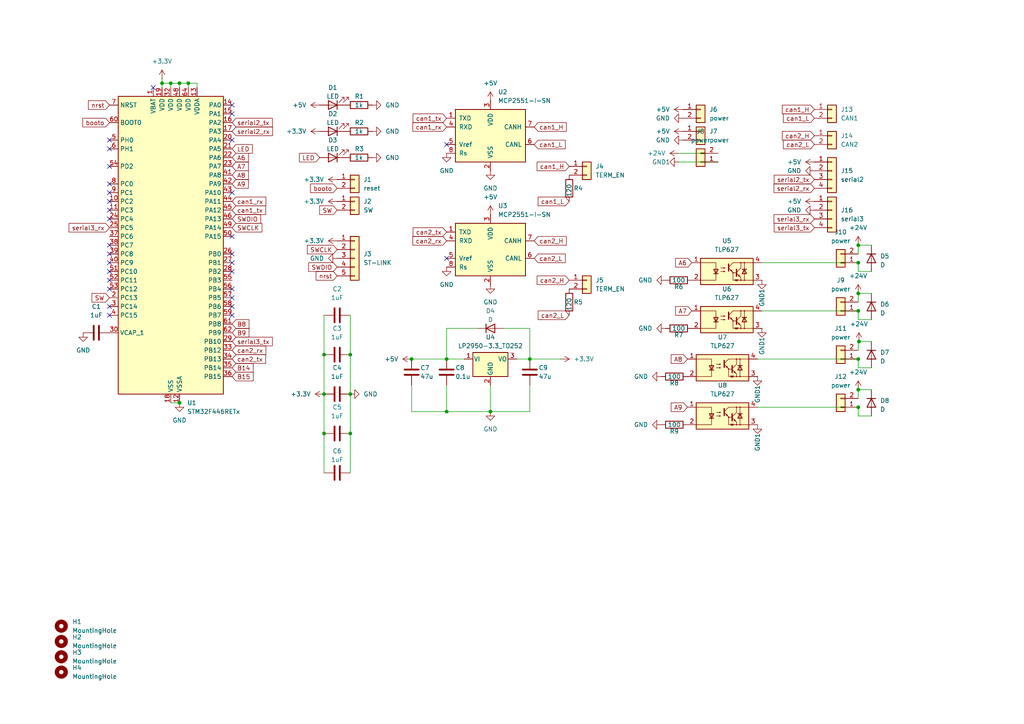
<source format=kicad_sch>
(kicad_sch (version 20250114) (generator "eeschema") (generator_version "9.0")
  (paper "A4")
  (title_block (title "Altair_MDD_V3") (date "2025-05-30") (rev "V.3.0") (company "Altair"))
  (lib_symbols
    (symbol "Connector_Generic:Conn_01x02" (pin_names (offset 1.016) (hide yes))
      (property "Reference" "J" (at 0 2.54 0))
      (property "Value" "Conn_01x02" (at 0 -5.08 0))
      (symbol "Conn_01x02_1_1"
        (pin passive line (at -5.08 0 0) (length 3.81) (name "Pin_1") (number "1"))
        (pin passive line (at -5.08 -2.54 0) (length 3.81) (name "Pin_2") (number "2"))
      )
    )
    (symbol "Connector_Generic:Conn_01x04" (pin_names (offset 1.016) (hide yes))
      (property "Reference" "J" (at 0 5.08 0))
      (property "Value" "Conn_01x04" (at 0 -7.62 0))
      (symbol "Conn_01x04_1_1"
        (pin passive line (at -5.08 2.54 0) (length 3.81) (name "Pin_1") (number "1"))
        (pin passive line (at -5.08 0 0) (length 3.81) (name "Pin_2") (number "2"))
        (pin passive line (at -5.08 -2.54 0) (length 3.81) (name "Pin_3") (number "3"))
        (pin passive line (at -5.08 -5.08 0) (length 3.81) (name "Pin_4") (number "4"))
      )
    )
    (symbol "Connector_Generic:Conn_01x05" (pin_names (offset 1.016) (hide yes))
      (property "Reference" "J" (at 0 7.62 0))
      (property "Value" "Conn_01x05" (at 0 -7.62 0))
      (symbol "Conn_01x05_1_1"
        (pin passive line (at -5.08 5.08 0) (length 3.81) (name "Pin_1") (number "1"))
        (pin passive line (at -5.08 2.54 0) (length 3.81) (name "Pin_2") (number "2"))
        (pin passive line (at -5.08 0 0) (length 3.81) (name "Pin_3") (number "3"))
        (pin passive line (at -5.08 -2.54 0) (length 3.81) (name "Pin_4") (number "4"))
        (pin passive line (at -5.08 -5.08 0) (length 3.81) (name "Pin_5") (number "5"))
      )
    )
    (symbol "Device:C" (pin_numbers (hide yes)) (pin_names (offset 0.254))
      (property "Reference" "C" (at 0.635 2.54 0))
      (property "Value" "C" (at 0.635 -2.54 0))
      (symbol "C_1_1"
        (pin passive line (at 0 3.81 270) (length 2.794) (name "~") (number "1"))
        (pin passive line (at 0 -3.81 90) (length 2.794) (name "~") (number "2"))
      )
    )
    (symbol "Device:D" (pin_numbers (hide yes)) (pin_names (offset 1.016) (hide yes))
      (property "Reference" "D" (at 0 2.54 0))
      (property "Value" "D" (at 0 -2.54 0))
      (symbol "D_1_1"
        (pin passive line (at -3.81 0 0) (length 2.54) (name "K") (number "1"))
        (pin passive line (at 3.81 0 180) (length 2.54) (name "A") (number "2"))
      )
    )
    (symbol "Device:LED" (pin_numbers (hide yes)) (pin_names (offset 1.016) (hide yes))
      (property "Reference" "D" (at 0 2.54 0))
      (property "Value" "LED" (at 0 -2.54 0))
      (symbol "LED_1_1"
        (pin passive line (at -3.81 0 0) (length 2.54) (name "K") (number "1"))
        (pin passive line (at 3.81 0 180) (length 2.54) (name "A") (number "2"))
      )
    )
    (symbol "Device:R" (pin_numbers (hide yes)) (pin_names (offset 0))
      (property "Reference" "R" (at 2.032 0 90))
      (property "Value" "R" (at 0 0 90))
      (symbol "R_1_1"
        (pin passive line (at 0 3.81 270) (length 1.27) (name "~") (number "1"))
        (pin passive line (at 0 -3.81 90) (length 1.27) (name "~") (number "2"))
      )
    )
    (symbol "Interface_CAN_LIN:MCP2551-I-SN" (pin_names (offset 1.016))
      (property "Reference" "U" (at -10.16 8.89 0))
      (property "Value" "MCP2551-I-SN" (at 2.54 8.89 0))
      (symbol "MCP2551-I-SN_1_1"
        (pin input line (at -12.7 5.08 0) (length 2.54) (name "TXD") (number "1"))
        (pin output line (at -12.7 2.54 0) (length 2.54) (name "RXD") (number "4"))
        (pin power_out line (at -12.7 -2.54 0) (length 2.54) (name "Vref") (number "5"))
        (pin input line (at -12.7 -5.08 0) (length 2.54) (name "Rs") (number "8"))
        (pin power_in line (at 0 10.16 270) (length 2.54) (name "VDD") (number "3"))
        (pin power_in line (at 0 -10.16 90) (length 2.54) (name "VSS") (number "2"))
        (pin bidirectional line (at 12.7 2.54 180) (length 2.54) (name "CANH") (number "7"))
        (pin bidirectional line (at 12.7 -2.54 180) (length 2.54) (name "CANL") (number "6"))
      )
    )
    (symbol "Isolator:TLP627" (pin_names (offset 1.016))
      (property "Reference" "U" (at -7.62 5.08 0))
      (property "Value" "TLP627" (at 0 5.08 0))
      (symbol "TLP627_1_1"
        (pin passive line (at -10.16 2.54 0) (length 2.54) (name "~") (number "1"))
        (pin passive line (at -10.16 -2.54 0) (length 2.54) (name "~") (number "2"))
        (pin passive line (at 10.16 2.54 180) (length 2.54) (name "~") (number "4"))
        (pin passive line (at 10.16 -2.54 180) (length 2.54) (name "~") (number "3"))
      )
    )
    (symbol "MCU_ST_STM32F4:STM32F446RETx"
      (property "Reference" "U" (at -15.24 44.45 0))
      (property "Value" "STM32F446RETx" (at 10.16 44.45 0))
      (symbol "STM32F446RETx_1_1"
        (pin input line (at -17.78 40.64 0) (length 2.54) (name "NRST") (number "7"))
        (pin input line (at -17.78 35.56 0) (length 2.54) (name "BOOT0") (number "60"))
        (pin bidirectional line (at -17.78 30.48 0) (length 2.54) (name "PH0") (number "5"))
        (pin bidirectional line (at -17.78 27.94 0) (length 2.54) (name "PH1") (number "6"))
        (pin bidirectional line (at -17.78 22.86 0) (length 2.54) (name "PD2") (number "54"))
        (pin bidirectional line (at -17.78 17.78 0) (length 2.54) (name "PC0") (number "8"))
        (pin bidirectional line (at -17.78 15.24 0) (length 2.54) (name "PC1") (number "9"))
        (pin bidirectional line (at -17.78 12.7 0) (length 2.54) (name "PC2") (number "10"))
        (pin bidirectional line (at -17.78 10.16 0) (length 2.54) (name "PC3") (number "11"))
        (pin bidirectional line (at -17.78 7.62 0) (length 2.54) (name "PC4") (number "24"))
        (pin bidirectional line (at -17.78 5.08 0) (length 2.54) (name "PC5") (number "25"))
        (pin bidirectional line (at -17.78 2.54 0) (length 2.54) (name "PC6") (number "37"))
        (pin bidirectional line (at -17.78 0 0) (length 2.54) (name "PC7") (number "38"))
        (pin bidirectional line (at -17.78 -2.54 0) (length 2.54) (name "PC8") (number "39"))
        (pin bidirectional line (at -17.78 -5.08 0) (length 2.54) (name "PC9") (number "40"))
        (pin bidirectional line (at -17.78 -7.62 0) (length 2.54) (name "PC10") (number "51"))
        (pin bidirectional line (at -17.78 -10.16 0) (length 2.54) (name "PC11") (number "52"))
        (pin bidirectional line (at -17.78 -12.7 0) (length 2.54) (name "PC12") (number "53"))
        (pin bidirectional line (at -17.78 -15.24 0) (length 2.54) (name "PC13") (number "2"))
        (pin bidirectional line (at -17.78 -17.78 0) (length 2.54) (name "PC14") (number "3"))
        (pin bidirectional line (at -17.78 -20.32 0) (length 2.54) (name "PC15") (number "4"))
        (pin power_out line (at -17.78 -25.4 0) (length 2.54) (name "VCAP_1") (number "30"))
        (pin power_in line (at -5.08 45.72 270) (length 2.54) (name "VBAT") (number "1"))
        (pin power_in line (at -2.54 45.72 270) (length 2.54) (name "VDD") (number "19"))
        (pin power_in line (at 0 45.72 270) (length 2.54) (name "VDD") (number "32"))
        (pin power_in line (at 0 -45.72 90) (length 2.54) (name "VSS") (number "18"))
        (pin passive line (at 0 -45.72 90) (length 2.54) (hide yes) (name "VSS") (number "31"))
        (pin passive line (at 0 -45.72 90) (length 2.54) (hide yes) (name "VSS") (number "47"))
        (pin passive line (at 0 -45.72 90) (length 2.54) (hide yes) (name "VSS") (number "63"))
        (pin power_in line (at 2.54 45.72 270) (length 2.54) (name "VDD") (number "48"))
        (pin power_in line (at 2.54 -45.72 90) (length 2.54) (name "VSSA") (number "12"))
        (pin power_in line (at 5.08 45.72 270) (length 2.54) (name "VDD") (number "64"))
        (pin power_in line (at 7.62 45.72 270) (length 2.54) (name "VDDA") (number "13"))
        (pin bidirectional line (at 17.78 40.64 180) (length 2.54) (name "PA0") (number "14"))
        (pin bidirectional line (at 17.78 38.1 180) (length 2.54) (name "PA1") (number "15"))
        (pin bidirectional line (at 17.78 35.56 180) (length 2.54) (name "PA2") (number "16"))
        (pin bidirectional line (at 17.78 33.02 180) (length 2.54) (name "PA3") (number "17"))
        (pin bidirectional line (at 17.78 30.48 180) (length 2.54) (name "PA4") (number "20"))
        (pin bidirectional line (at 17.78 27.94 180) (length 2.54) (name "PA5") (number "21"))
        (pin bidirectional line (at 17.78 25.4 180) (length 2.54) (name "PA6") (number "22"))
        (pin bidirectional line (at 17.78 22.86 180) (length 2.54) (name "PA7") (number "23"))
        (pin bidirectional line (at 17.78 20.32 180) (length 2.54) (name "PA8") (number "41"))
        (pin bidirectional line (at 17.78 17.78 180) (length 2.54) (name "PA9") (number "42"))
        (pin bidirectional line (at 17.78 15.24 180) (length 2.54) (name "PA10") (number "43"))
        (pin bidirectional line (at 17.78 12.7 180) (length 2.54) (name "PA11") (number "44"))
        (pin bidirectional line (at 17.78 10.16 180) (length 2.54) (name "PA12") (number "45"))
        (pin bidirectional line (at 17.78 7.62 180) (length 2.54) (name "PA13") (number "46"))
        (pin bidirectional line (at 17.78 5.08 180) (length 2.54) (name "PA14") (number "49"))
        (pin bidirectional line (at 17.78 2.54 180) (length 2.54) (name "PA15") (number "50"))
        (pin bidirectional line (at 17.78 -2.54 180) (length 2.54) (name "PB0") (number "26"))
        (pin bidirectional line (at 17.78 -5.08 180) (length 2.54) (name "PB1") (number "27"))
        (pin bidirectional line (at 17.78 -7.62 180) (length 2.54) (name "PB2") (number "28"))
        (pin bidirectional line (at 17.78 -10.16 180) (length 2.54) (name "PB3") (number "55"))
        (pin bidirectional line (at 17.78 -12.7 180) (length 2.54) (name "PB4") (number "56"))
        (pin bidirectional line (at 17.78 -15.24 180) (length 2.54) (name "PB5") (number "57"))
        (pin bidirectional line (at 17.78 -17.78 180) (length 2.54) (name "PB6") (number "58"))
        (pin bidirectional line (at 17.78 -20.32 180) (length 2.54) (name "PB7") (number "59"))
        (pin bidirectional line (at 17.78 -22.86 180) (length 2.54) (name "PB8") (number "61"))
        (pin bidirectional line (at 17.78 -25.4 180) (length 2.54) (name "PB9") (number "62"))
        (pin bidirectional line (at 17.78 -27.94 180) (length 2.54) (name "PB10") (number "29"))
        (pin bidirectional line (at 17.78 -30.48 180) (length 2.54) (name "PB12") (number "33"))
        (pin bidirectional line (at 17.78 -33.02 180) (length 2.54) (name "PB13") (number "34"))
        (pin bidirectional line (at 17.78 -35.56 180) (length 2.54) (name "PB14") (number "35"))
        (pin bidirectional line (at 17.78 -38.1 180) (length 2.54) (name "PB15") (number "36"))
      )
    )
    (symbol "Mechanical:MountingHole" (pin_names (offset 1.016))
      (property "Reference" "H" (at 0 5.08 0))
      (property "Value" "MountingHole" (at 0 3.175 0))
    )
    (symbol "Regulator_Linear:LP2950-3.3_TO252" (pin_names (offset 0.254))
      (property "Reference" "U" (at -3.81 3.175 0))
      (property "Value" "LP2950-3.3_TO252" (at 0 3.175 0))
      (symbol "LP2950-3.3_TO252_1_1"
        (pin power_in line (at -7.62 0 0) (length 2.54) (name "VI") (number "1"))
        (pin power_in line (at 0 -7.62 90) (length 2.54) (name "GND") (number "2"))
        (pin power_out line (at 7.62 0 180) (length 2.54) (name "VO") (number "3"))
      )
    )
    (symbol "power:+24V" (power) (pin_numbers (hide yes)) (pin_names (offset 0) (hide yes))
      (property "Value" "+24V" (at 0 3.556 0))
      (symbol "+24V_1_1"
        (pin power_in line (at 0 0 90) (length 0) (name "~") (number "1"))
      )
    )
    (symbol "power:+3.3V" (power) (pin_numbers (hide yes)) (pin_names (offset 0) (hide yes))
      (property "Value" "+3.3V" (at 0 3.556 0))
      (symbol "+3.3V_1_1"
        (pin power_in line (at 0 0 90) (length 0) (name "~") (number "1"))
      )
    )
    (symbol "power:+5V" (power) (pin_numbers (hide yes)) (pin_names (offset 0) (hide yes))
      (property "Value" "+5V" (at 0 3.556 0))
      (symbol "+5V_1_1"
        (pin power_in line (at 0 0 90) (length 0) (name "~") (number "1"))
      )
    )
    (symbol "power:GND" (power) (pin_numbers (hide yes)) (pin_names (offset 0) (hide yes))
      (property "Value" "GND" (at 0 -3.81 0))
      (symbol "GND_1_1"
        (pin power_in line (at 0 0 270) (length 0) (name "~") (number "1"))
      )
    )
    (symbol "power:GND1" (power) (pin_numbers (hide yes)) (pin_names (offset 0) (hide yes))
      (property "Value" "GND1" (at 0 -3.81 0))
      (symbol "GND1_1_1"
        (pin power_in line (at 0 0 270) (length 0) (name "~") (number "1"))
      )
    )
  )
  (junction (at 129.54 104.14))
  (junction (at 153.67 104.14))
  (junction (at 49.53 24.13))
  (junction (at 142.24 119.38))
  (junction (at 52.07 116.84))
  (junction (at 248.92 118.11))
  (junction (at 248.92 76.2))
  (junction (at 54.61 24.13))
  (junction (at 248.92 85.09))
  (junction (at 93.98 114.3))
  (junction (at 52.07 24.13))
  (junction (at 93.98 102.87))
  (junction (at 93.98 125.73))
  (junction (at 248.92 113.03))
  (junction (at 248.92 104.14))
  (junction (at 101.6 125.73))
  (junction (at 101.6 114.3))
  (junction (at 248.92 71.12))
  (junction (at 129.54 119.38))
  (junction (at 249.1313 99.06))
  (junction (at 101.6 102.87))
  (junction (at 248.92 90.17))
  (junction (at 119.38 104.14))
  (junction (at 46.99 24.13))
  (no_connect (at 67.31 68.58))
  (no_connect (at 31.75 83.82))
  (no_connect (at 31.75 73.66))
  (no_connect (at 31.75 40.64))
  (no_connect (at 44.45 25.4))
  (no_connect (at 31.75 91.44))
  (no_connect (at 31.75 48.26))
  (no_connect (at 31.75 58.42))
  (no_connect (at 31.75 88.9))
  (no_connect (at 67.31 91.44))
  (no_connect (at 31.75 71.12))
  (no_connect (at 31.75 43.18))
  (no_connect (at 67.31 78.74))
  (no_connect (at 31.75 63.5))
  (no_connect (at 67.31 83.82))
  (no_connect (at 31.75 60.96))
  (no_connect (at 31.75 78.74))
  (no_connect (at 67.31 86.36))
  (no_connect (at 67.31 30.48))
  (no_connect (at 31.75 76.2))
  (no_connect (at 129.54 74.93))
  (no_connect (at 31.75 53.34))
  (no_connect (at 67.31 76.2))
  (no_connect (at 129.54 41.91))
  (no_connect (at 67.31 73.66))
  (no_connect (at 67.31 33.02))
  (no_connect (at 31.75 81.28))
  (no_connect (at 67.31 55.88))
  (no_connect (at 31.75 55.88))
  (no_connect (at 67.31 40.64))
  (no_connect (at 67.31 88.9))
  (wire (pts (xy 142.24 119.38) (xy 153.67 119.38)))
  (wire (pts (xy 248.92 106.68) (xy 252.73 106.68)))
  (wire (pts (xy 93.98 102.87) (xy 93.98 114.3)))
  (wire (pts (xy 52.07 24.13) (xy 54.61 24.13)))
  (wire (pts (xy 49.53 24.13) (xy 52.07 24.13)))
  (wire (pts (xy 208.28 44.45) (xy 196.85 44.45)))
  (wire (pts (xy 49.53 24.13) (xy 49.53 25.4)))
  (wire (pts (xy 248.92 104.14) (xy 248.92 106.68)))
  (wire (pts (xy 248.92 78.74) (xy 252.73 78.74)))
  (wire (pts (xy 93.98 114.3) (xy 93.98 125.73)))
  (wire (pts (xy 248.92 85.09) (xy 248.92 87.63)))
  (wire (pts (xy 46.99 24.13) (xy 46.99 25.4)))
  (wire (pts (xy 101.6 114.3) (xy 101.6 125.73)))
  (wire (pts (xy 138.43 95.25) (xy 129.54 95.25)))
  (wire (pts (xy 93.98 125.73) (xy 93.98 137.16)))
  (wire (pts (xy 219.71 118.11) (xy 248.92 118.11)))
  (wire (pts (xy 93.98 91.44) (xy 93.98 102.87)))
  (wire (pts (xy 220.98 76.2) (xy 248.92 76.2)))
  (wire (pts (xy 153.67 111.76) (xy 153.67 119.38)))
  (wire (pts (xy 129.54 95.25) (xy 129.54 104.14)))
  (wire (pts (xy 248.92 92.71) (xy 252.73 92.71)))
  (wire (pts (xy 248.92 120.65) (xy 252.73 120.65)))
  (wire (pts (xy 129.54 104.14) (xy 134.62 104.14)))
  (wire (pts (xy 57.15 24.13) (xy 57.15 25.4)))
  (wire (pts (xy 219.71 104.14) (xy 248.92 104.14)))
  (wire (pts (xy 248.92 118.11) (xy 248.92 120.65)))
  (wire (pts (xy 153.67 104.14) (xy 162.56 104.14)))
  (wire (pts (xy 52.07 24.13) (xy 52.07 25.4)))
  (wire (pts (xy 146.05 95.25) (xy 153.67 95.25)))
  (wire (pts (xy 142.24 111.76) (xy 142.24 119.38)))
  (wire (pts (xy 252.73 85.09) (xy 248.92 85.09)))
  (wire (pts (xy 49.53 116.84) (xy 52.07 116.84)))
  (wire (pts (xy 129.54 111.76) (xy 129.54 119.38)))
  (wire (pts (xy 119.38 104.14) (xy 129.54 104.14)))
  (wire (pts (xy 252.73 99.06) (xy 249.1313 99.06)))
  (wire (pts (xy 208.28 46.99) (xy 196.85 46.99)))
  (wire (pts (xy 46.99 24.13) (xy 49.53 24.13)))
  (wire (pts (xy 54.61 24.13) (xy 54.61 25.4)))
  (wire (pts (xy 252.73 71.12) (xy 248.92 71.12)))
  (wire (pts (xy 54.61 24.13) (xy 57.15 24.13)))
  (wire (pts (xy 220.98 90.17) (xy 248.92 90.17)))
  (wire (pts (xy 119.38 119.38) (xy 119.38 111.76)))
  (wire (pts (xy 248.92 76.2) (xy 248.92 78.74)))
  (wire (pts (xy 101.6 125.73) (xy 101.6 137.16)))
  (wire (pts (xy 149.86 104.14) (xy 153.67 104.14)))
  (wire (pts (xy 248.92 71.12) (xy 248.92 73.66)))
  (wire (pts (xy 249.1313 99.06) (xy 248.92 99.06)))
  (wire (pts (xy 142.24 119.38) (xy 129.54 119.38)))
  (wire (pts (xy 129.54 119.38) (xy 119.38 119.38)))
  (wire (pts (xy 252.73 113.03) (xy 248.92 113.03)))
  (wire (pts (xy 248.92 99.06) (xy 248.92 101.6)))
  (wire (pts (xy 101.6 91.44) (xy 101.6 102.87)))
  (wire (pts (xy 248.92 90.17) (xy 248.92 92.71)))
  (wire (pts (xy 153.67 95.25) (xy 153.67 104.14)))
  (wire (pts (xy 248.92 113.03) (xy 248.92 115.57)))
  (wire (pts (xy 46.99 22.86) (xy 46.99 24.13)))
  (wire (pts (xy 101.6 102.87) (xy 101.6 114.3)))
  (global_label "serial2_tx" (shape input) (at 67.31 35.56 0) (property "Intersheetrefs" "${INTERSHEET_REFS}" (effects (hide yes))))
  (global_label "can1_L" (shape input) (at 165.1 58.42 180) (property "Intersheetrefs" "${INTERSHEET_REFS}" (effects (hide yes))))
  (global_label "nrst" (shape input) (at 31.75 30.48 180) (property "Intersheetrefs" "${INTERSHEET_REFS}" (effects (hide yes))))
  (global_label "can1_tx" (shape input) (at 67.31 60.96 0) (property "Intersheetrefs" "${INTERSHEET_REFS}" (effects (hide yes))))
  (global_label "can2_H" (shape input) (at 154.94 69.85 0) (property "Intersheetrefs" "${INTERSHEET_REFS}" (effects (hide yes))))
  (global_label "A6" (shape input) (at 200.66 76.2 180) (property "Intersheetrefs" "${INTERSHEET_REFS}" (effects (hide yes))))
  (global_label "A8" (shape input) (at 67.31 50.8 0) (property "Intersheetrefs" "${INTERSHEET_REFS}" (effects (hide yes))))
  (global_label "can1_tx" (shape input) (at 129.54 34.29 180) (property "Intersheetrefs" "${INTERSHEET_REFS}" (effects (hide yes))))
  (global_label "LED" (shape input) (at 92.71 45.72 180) (property "Intersheetrefs" "${INTERSHEET_REFS}" (effects (hide yes))))
  (global_label "serial3_rx" (shape input) (at 31.75 66.04 180) (property "Intersheetrefs" "${INTERSHEET_REFS}" (effects (hide yes))))
  (global_label "can2_rx" (shape input) (at 67.31 101.6 0) (property "Intersheetrefs" "${INTERSHEET_REFS}" (effects (hide yes))))
  (global_label "can2_L" (shape input) (at 154.94 74.93 0) (property "Intersheetrefs" "${INTERSHEET_REFS}" (effects (hide yes))))
  (global_label "can1_H" (shape input) (at 236.22 31.75 180) (property "Intersheetrefs" "${INTERSHEET_REFS}" (effects (hide yes))))
  (global_label "A8" (shape input) (at 199.39 104.14 180) (property "Intersheetrefs" "${INTERSHEET_REFS}" (effects (hide yes))))
  (global_label "serial3_rx" (shape input) (at 236.22 63.5 180) (property "Intersheetrefs" "${INTERSHEET_REFS}" (effects (hide yes))))
  (global_label "SWDIO" (shape input) (at 67.31 63.5 0) (property "Intersheetrefs" "${INTERSHEET_REFS}" (effects (hide yes))))
  (global_label "SW" (shape input) (at 31.75 86.36 180) (property "Intersheetrefs" "${INTERSHEET_REFS}" (effects (hide yes))))
  (global_label "A7" (shape input) (at 67.31 48.26 0) (property "Intersheetrefs" "${INTERSHEET_REFS}" (effects (hide yes))))
  (global_label "SW" (shape input) (at 97.79 60.96 180) (property "Intersheetrefs" "${INTERSHEET_REFS}" (effects (hide yes))))
  (global_label "can2_H" (shape input) (at 165.1 81.28 180) (property "Intersheetrefs" "${INTERSHEET_REFS}" (effects (hide yes))))
  (global_label "can2_tx" (shape input) (at 67.31 104.14 0) (property "Intersheetrefs" "${INTERSHEET_REFS}" (effects (hide yes))))
  (global_label "can2_rx" (shape input) (at 129.54 69.85 180) (property "Intersheetrefs" "${INTERSHEET_REFS}" (effects (hide yes))))
  (global_label "A6" (shape input) (at 67.31 45.72 0) (property "Intersheetrefs" "${INTERSHEET_REFS}" (effects (hide yes))))
  (global_label "booto" (shape input) (at 31.75 35.56 180) (property "Intersheetrefs" "${INTERSHEET_REFS}" (effects (hide yes))))
  (global_label "can1_H" (shape input) (at 154.94 36.83 0) (property "Intersheetrefs" "${INTERSHEET_REFS}" (effects (hide yes))))
  (global_label "serial2_tx" (shape input) (at 236.22 52.07 180) (property "Intersheetrefs" "${INTERSHEET_REFS}" (effects (hide yes))))
  (global_label "can1_L" (shape input) (at 154.94 41.91 0) (property "Intersheetrefs" "${INTERSHEET_REFS}" (effects (hide yes))))
  (global_label "can2_tx" (shape input) (at 129.54 67.31 180) (property "Intersheetrefs" "${INTERSHEET_REFS}" (effects (hide yes))))
  (global_label "can2_L" (shape input) (at 165.1 91.44 180) (property "Intersheetrefs" "${INTERSHEET_REFS}" (effects (hide yes))))
  (global_label "A9" (shape input) (at 199.39 118.11 180) (property "Intersheetrefs" "${INTERSHEET_REFS}" (effects (hide yes))))
  (global_label "can1_rx" (shape input) (at 67.31 58.42 0) (property "Intersheetrefs" "${INTERSHEET_REFS}" (effects (hide yes))))
  (global_label "serial2_rx" (shape input) (at 67.31 38.1 0) (property "Intersheetrefs" "${INTERSHEET_REFS}" (effects (hide yes))))
  (global_label "A7" (shape input) (at 200.66 90.17 180) (property "Intersheetrefs" "${INTERSHEET_REFS}" (effects (hide yes))))
  (global_label "can1_L" (shape input) (at 236.22 34.29 180) (property "Intersheetrefs" "${INTERSHEET_REFS}" (effects (hide yes))))
  (global_label "serial3_tx" (shape input) (at 236.22 66.04 180) (property "Intersheetrefs" "${INTERSHEET_REFS}" (effects (hide yes))))
  (global_label "nrst" (shape input) (at 97.79 80.01 180) (property "Intersheetrefs" "${INTERSHEET_REFS}" (effects (hide yes))))
  (global_label "serial3_tx" (shape input) (at 67.31 99.06 0) (property "Intersheetrefs" "${INTERSHEET_REFS}" (effects (hide yes))))
  (global_label "can1_H" (shape input) (at 165.1 48.26 180) (property "Intersheetrefs" "${INTERSHEET_REFS}" (effects (hide yes))))
  (global_label "A9" (shape input) (at 67.31 53.34 0) (property "Intersheetrefs" "${INTERSHEET_REFS}" (effects (hide yes))))
  (global_label "SWCLK" (shape input) (at 97.79 72.39 180) (property "Intersheetrefs" "${INTERSHEET_REFS}" (effects (hide yes))))
  (global_label "B8" (shape input) (at 67.31 93.98 0) (property "Intersheetrefs" "${INTERSHEET_REFS}" (effects (hide yes))))
  (global_label "SWCLK" (shape input) (at 67.31 66.04 0) (property "Intersheetrefs" "${INTERSHEET_REFS}" (effects (hide yes))))
  (global_label "B15" (shape input) (at 67.31 109.22 0) (property "Intersheetrefs" "${INTERSHEET_REFS}" (effects (hide yes))))
  (global_label "SWDIO" (shape input) (at 97.79 77.47 180) (property "Intersheetrefs" "${INTERSHEET_REFS}" (effects (hide yes))))
  (global_label "booto" (shape input) (at 97.79 54.61 180) (property "Intersheetrefs" "${INTERSHEET_REFS}" (effects (hide yes))))
  (global_label "can1_rx" (shape input) (at 129.54 36.83 180) (property "Intersheetrefs" "${INTERSHEET_REFS}" (effects (hide yes))))
  (global_label "B9" (shape input) (at 67.31 96.52 0) (property "Intersheetrefs" "${INTERSHEET_REFS}" (effects (hide yes))))
  (global_label "serial2_rx" (shape input) (at 236.22 54.61 180) (property "Intersheetrefs" "${INTERSHEET_REFS}" (effects (hide yes))))
  (global_label "LED" (shape input) (at 67.31 43.18 0) (property "Intersheetrefs" "${INTERSHEET_REFS}" (effects (hide yes))))
  (global_label "B14" (shape input) (at 67.31 106.68 0) (property "Intersheetrefs" "${INTERSHEET_REFS}" (effects (hide yes))))
  (global_label "can2_L" (shape input) (at 236.22 41.91 180) (property "Intersheetrefs" "${INTERSHEET_REFS}" (effects (hide yes))))
  (global_label "can2_H" (shape input) (at 236.22 39.37 180) (property "Intersheetrefs" "${INTERSHEET_REFS}" (effects (hide yes))))
  (symbol (lib_id "Device:D") (at 252.73 116.84 270) (unit 1)
    (property "Reference" "D8" (at 255.27 116.205 90) (effects (justify left)))
    (property "Value" "D" (at 255.27 118.745 90) (effects (justify left)))
    (property "Footprint" "Diode_SMD:D_SOD-128" (effects (hide yes)))
    (property "Sim.Device" "D" (effects (hide yes)))
    (property "Sim.Pins" "1=K 2=A" (effects (hide yes)))
  )
  (symbol (lib_id "power:GND") (at 236.22 60.96 270) (unit 1)
    (property "Reference" "#PWR053" (effects (hide yes)))
    (property "Value" "GND" (at 232.41 60.9599 90) (effects (justify right)))
    (property "Description" "Power symbol creates a global label with name \"GND\" , ground" (effects (hide yes)))
  )
  (symbol (lib_id "power:+3.3V") (at 162.56 104.14 270) (unit 1)
    (property "Reference" "#PWR023" (effects (hide yes)))
    (property "Value" "+3.3V" (at 166.37 104.1399 90) (effects (justify left)))
    (property "Description" "Power symbol creates a global label with name \"+3.3V\"" (effects (hide yes)))
  )
  (symbol (lib_id "power:GND") (at 107.95 38.1 90) (unit 1)
    (property "Reference" "#PWR013" (effects (hide yes)))
    (property "Value" "GND" (at 111.76 38.0999 90) (effects (justify right)))
    (property "Description" "Power symbol creates a global label with name \"GND\" , ground" (effects (hide yes)))
  )
  (symbol (lib_id "power:GND1") (at 220.98 81.28 0) (unit 1)
    (property "Reference" "#PWR031" (effects (hide yes)))
    (property "Value" "GND1" (at 220.98 86.36 90))
    (property "Description" "Power symbol creates a global label with name \"GND1\" , ground" (effects (hide yes)))
  )
  (symbol (lib_id "Device:C") (at 119.38 107.95 0) (unit 1)
    (property "Reference" "C7" (at 121.92 106.68 0) (effects (justify left)))
    (property "Value" "47u" (at 121.92 109.22 0) (effects (justify left)))
    (property "Footprint" "Capacitor_SMD:C_0603_1608Metric" (effects (hide yes)))
    (property "Description" "Unpolarized capacitor" (effects (hide yes)))
  )
  (symbol (lib_id "MCU_ST_STM32F4:STM32F446RETx") (at 49.53 71.12 0) (unit 1)
    (property "Reference" "U1" (at 54.2641 116.84 0) (effects (justify left)))
    (property "Value" "STM32F446RETx" (at 54.2641 119.38 0) (effects (justify left)))
    (property "Footprint" "Package_QFP:LQFP-64_10x10mm_P0.5mm" (effects (hide yes)))
    (property "Datasheet" "https://www.st.com/resource/en/datasheet/stm32f446re.pdf" (effects (hide yes)))
    (property "Description" "STMicroelectronics Arm Cortex-M4 MCU, 512KB flash, 128KB RAM, 180 MHz, 1.8-3.6V, 50 GPIO, LQFP64" (effects (hide yes)))
  )
  (symbol (lib_id "power:GND1") (at 196.85 46.99 270) (unit 1)
    (property "Reference" "#PWR037" (effects (hide yes)))
    (property "Value" "GND1" (at 191.77 46.99 90))
    (property "Description" "Power symbol creates a global label with name \"GND1\" , ground" (effects (hide yes)))
  )
  (symbol (lib_id "Regulator_Linear:LP2950-3.3_TO252") (at 142.24 104.14 0) (unit 1)
    (property "Reference" "U4" (at 142.24 97.79 0))
    (property "Value" "LP2950-3.3_TO252" (at 142.24 100.33 0))
    (property "Footprint" "Package_TO_SOT_SMD:TO-252-2" (effects (hide yes)))
    (property "Datasheet" "http://www.ti.com/lit/ds/symlink/lp2950.pdf" (effects (hide yes)))
    (property "Description" "Positive 100mA 30V Linear Micropower Voltage Regulator, Fixed Output 3.3V, TO-252" (effects (hide yes)))
  )
  (symbol (lib_id "Connector_Generic:Conn_01x02") (at 243.84 118.11 180) (unit 1)
    (property "Reference" "J12" (at 243.84 109.22 0))
    (property "Value" "power" (at 243.84 111.76 0))
    (property "Footprint" "Connector_AMASS:AMASS_XT30PW-M_1x02_P2.50mm_Horizontal" (effects (hide yes)))
    (property "Description" "Generic connector, single row, 01x02, script generated (kicad-library-utils/schlib/autogen/connector/)" (effects (hide yes)))
  )
  (symbol (lib_id "Device:R") (at 196.85 95.25 270) (unit 1)
    (property "Reference" "R7" (at 196.85 97.155 90))
    (property "Value" "100" (at 196.85 95.25 90))
    (property "Footprint" "Resistor_SMD:R_0603_1608Metric" (effects (hide yes)))
  )
  (symbol (lib_id "power:+24V") (at 196.85 44.45 90) (unit 1)
    (property "Reference" "#PWR030" (effects (hide yes)))
    (property "Value" "+24V" (at 193.04 44.4499 90) (effects (justify left)))
    (property "Description" "Power symbol creates a global label with name \"+24V\"" (effects (hide yes)))
  )
  (symbol (lib_id "Device:C") (at 97.79 102.87 90) (unit 1)
    (property "Reference" "C3" (at 97.79 95.25 90))
    (property "Value" "1uF" (at 97.79 97.79 90))
    (property "Footprint" "Capacitor_SMD:C_0603_1608Metric" (effects (hide yes)))
    (property "Description" "Unpolarized capacitor" (effects (hide yes)))
  )
  (symbol (lib_id "power:+5V") (at 198.12 38.1 90) (unit 1)
    (property "Reference" "#PWR034" (effects (hide yes)))
    (property "Value" "+5V" (at 194.31 38.0999 90) (effects (justify left)))
    (property "Description" "Power symbol creates a global label with name \"+5V\"" (effects (hide yes)))
  )
  (symbol (lib_id "power:GND") (at 191.77 123.19 270) (unit 1)
    (property "Reference" "#PWR027" (effects (hide yes)))
    (property "Value" "GND" (at 187.96 123.1899 90) (effects (justify right)))
    (property "Description" "Power symbol creates a global label with name \"GND\" , ground" (effects (hide yes)))
  )
  (symbol (lib_id "power:GND") (at 142.24 49.53 0) (unit 1)
    (property "Reference" "#PWR019" (effects (hide yes)))
    (property "Value" "GND" (at 142.24 54.61 0))
    (property "Description" "Power symbol creates a global label with name \"GND\" , ground" (effects (hide yes)))
  )
  (symbol (lib_id "power:GND") (at 129.54 44.45 0) (unit 1)
    (property "Reference" "#PWR016" (effects (hide yes)))
    (property "Value" "GND" (at 129.54 49.53 0))
    (property "Description" "Power symbol creates a global label with name \"GND\" , ground" (effects (hide yes)))
  )
  (symbol (lib_id "Device:R") (at 196.85 81.28 270) (unit 1)
    (property "Reference" "R6" (at 196.85 83.185 90))
    (property "Value" "100" (at 196.85 81.28 90))
    (property "Footprint" "Resistor_SMD:R_0603_1608Metric" (effects (hide yes)))
  )
  (symbol (lib_id "power:GND") (at 198.12 40.64 270) (unit 1)
    (property "Reference" "#PWR035" (effects (hide yes)))
    (property "Value" "GND" (at 194.31 40.6399 90) (effects (justify right)))
    (property "Description" "Power symbol creates a global label with name \"GND\" , ground" (effects (hide yes)))
  )
  (symbol (lib_id "Connector_Generic:Conn_01x02") (at 243.84 76.2 180) (unit 1)
    (property "Reference" "J10" (at 243.84 67.31 0))
    (property "Value" "power" (at 243.84 69.85 0))
    (property "Footprint" "Connector_AMASS:AMASS_XT30PW-M_1x02_P2.50mm_Horizontal" (effects (hide yes)))
    (property "Description" "Generic connector, single row, 01x02, script generated (kicad-library-utils/schlib/autogen/connector/)" (effects (hide yes)))
  )
  (symbol (lib_id "power:+3.3V") (at 46.99 22.86 0) (unit 1)
    (property "Reference" "#PWR02" (effects (hide yes)))
    (property "Value" "+3.3V" (at 46.99 17.78 0))
    (property "Description" "Power symbol creates a global label with name \"+3.3V\"" (effects (hide yes)))
  )
  (symbol (lib_id "Connector_Generic:Conn_01x05") (at 102.87 74.93 0) (unit 1)
    (property "Reference" "J3" (at 105.41 73.6599 0) (effects (justify left)))
    (property "Value" "ST-LINK" (at 105.41 76.1999 0) (effects (justify left)))
    (property "Footprint" "Connector_PinSocket_2.54mm:PinSocket_1x05_P2.54mm_Vertical" (effects (hide yes)))
    (property "Description" "Generic connector, single row, 01x05, script generated (kicad-library-utils/schlib/autogen/connector/)" (effects (hide yes)))
  )
  (symbol (lib_id "Connector_Generic:Conn_01x02") (at 203.2 31.75 0) (unit 1)
    (property "Reference" "J6" (at 205.74 31.7499 0) (effects (justify left)))
    (property "Value" "power" (at 205.74 34.2899 0) (effects (justify left)))
    (property "Footprint" "Connector_JST:JST_XA_S02B-XASK-1_1x02_P2.50mm_Horizontal" (effects (hide yes)))
    (property "Description" "Generic connector, single row, 01x02, script generated (kicad-library-utils/schlib/autogen/connector/)" (effects (hide yes)))
  )
  (symbol (lib_id "Connector_Generic:Conn_01x02") (at 203.2 38.1 0) (unit 1)
    (property "Reference" "J7" (at 205.74 38.0999 0) (effects (justify left)))
    (property "Value" "power" (at 205.74 40.6399 0) (effects (justify left)))
    (property "Footprint" "Connector_JST:JST_XA_S02B-XASK-1_1x02_P2.50mm_Horizontal" (effects (hide yes)))
    (property "Description" "Generic connector, single row, 01x02, script generated (kicad-library-utils/schlib/autogen/connector/)" (effects (hide yes)))
  )
  (symbol (lib_id "power:GND1") (at 219.71 109.22 0) (unit 1)
    (property "Reference" "#PWR038" (effects (hide yes)))
    (property "Value" "GND1" (at 219.71 114.3 90))
    (property "Description" "Power symbol creates a global label with name \"GND1\" , ground" (effects (hide yes)))
  )
  (symbol (lib_id "Isolator:TLP627") (at 209.55 106.68 0) (unit 1)
    (property "Reference" "U7" (at 209.55 97.79 0))
    (property "Value" "TLP627" (at 209.55 100.33 0))
    (property "Footprint" "Package_DIP:DIP-4_W7.62mm_SMDSocket_SmallPads" (effects (hide yes)))
    (property "Datasheet" "https://toshiba.semicon-storage.com/info/docget.jsp?did=16914&prodName=TLP627" (effects (hide yes)))
    (property "Description" "DC Darlington Optocoupler, Vce 300V, CTR 1000%, DIP4" (effects (hide yes)))
  )
  (symbol (lib_id "power:+3.3V") (at 97.79 52.07 90) (unit 1)
    (property "Reference" "#PWR07" (effects (hide yes)))
    (property "Value" "+3.3V" (at 93.98 52.0699 90) (effects (justify left)))
    (property "Description" "Power symbol creates a global label with name \"+3.3V\"" (effects (hide yes)))
  )
  (symbol (lib_id "Mechanical:MountingHole") (at 17.78 181.61 0) (unit 1)
    (property "Reference" "H1" (at 20.955 180.34 0) (effects (justify left)))
    (property "Value" "MountingHole" (at 20.955 182.88 0) (effects (justify left)))
    (property "Footprint" "MountingHole:MountingHole_3.2mm_M3_Pad_Via" (effects (hide yes)))
  )
  (symbol (lib_id "power:GND") (at 198.12 34.29 270) (unit 1)
    (property "Reference" "#PWR033" (effects (hide yes)))
    (property "Value" "GND" (at 194.31 34.2899 90) (effects (justify right)))
    (property "Description" "Power symbol creates a global label with name \"GND\" , ground" (effects (hide yes)))
  )
  (symbol (lib_id "Device:R") (at 195.58 123.19 270) (unit 1)
    (property "Reference" "R9" (at 195.58 125.095 90))
    (property "Value" "100" (at 195.58 123.19 90))
    (property "Footprint" "Resistor_SMD:R_0603_1608Metric" (effects (hide yes)))
  )
  (symbol (lib_id "Connector_Generic:Conn_01x02") (at 243.84 90.17 180) (unit 1)
    (property "Reference" "J9" (at 243.84 81.28 0))
    (property "Value" "power" (at 243.84 83.82 0))
    (property "Footprint" "Connector_AMASS:AMASS_XT30PW-M_1x02_P2.50mm_Horizontal" (effects (hide yes)))
    (property "Description" "Generic connector, single row, 01x02, script generated (kicad-library-utils/schlib/autogen/connector/)" (effects (hide yes)))
  )
  (symbol (lib_id "Interface_CAN_LIN:MCP2551-I-SN") (at 142.24 39.37 0) (unit 1)
    (property "Reference" "U2" (at 144.4341 26.67 0) (effects (justify left)))
    (property "Value" "MCP2551-I-SN" (at 144.4341 29.21 0) (effects (justify left)))
    (property "Footprint" "Package_SO:SOIC-8_3.9x4.9mm_P1.27mm" (effects (hide yes)))
    (property "Datasheet" "http://ww1.microchip.com/downloads/en/devicedoc/21667d.pdf" (effects (hide yes)))
    (property "Description" "High-Speed CAN Transceiver, 1Mbps, 5V supply, SOIC-8" (effects (hide yes)))
  )
  (symbol (lib_id "power:+5V") (at 198.12 31.75 90) (unit 1)
    (property "Reference" "#PWR032" (effects (hide yes)))
    (property "Value" "+5V" (at 194.31 31.7499 90) (effects (justify left)))
    (property "Description" "Power symbol creates a global label with name \"+5V\"" (effects (hide yes)))
  )
  (symbol (lib_id "power:GND") (at 107.95 30.48 90) (unit 1)
    (property "Reference" "#PWR012" (effects (hide yes)))
    (property "Value" "GND" (at 111.76 30.4799 90) (effects (justify right)))
    (property "Description" "Power symbol creates a global label with name \"GND\" , ground" (effects (hide yes)))
  )
  (symbol (lib_id "Connector_Generic:Conn_01x02") (at 241.3 39.37 0) (unit 1)
    (property "Reference" "J14" (at 243.84 39.3699 0) (effects (justify left)))
    (property "Value" "CAN2" (at 243.84 41.9099 0) (effects (justify left)))
    (property "Footprint" "Connector_JST:JST_XA_S02B-XASK-1_1x02_P2.50mm_Horizontal" (effects (hide yes)))
    (property "Description" "Generic connector, single row, 01x02, script generated (kicad-library-utils/schlib/autogen/connector/)" (effects (hide yes)))
  )
  (symbol (lib_id "Device:R") (at 104.14 45.72 270) (unit 1)
    (property "Reference" "R3" (at 102.87 43.18 90) (effects (justify left)))
    (property "Value" "1k" (at 102.87 45.72 90) (effects (justify left)))
    (property "Footprint" "Resistor_SMD:R_0603_1608Metric" (effects (hide yes)))
    (property "Description" "Resistor" (effects (hide yes)))
  )
  (symbol (lib_id "Device:R") (at 165.1 87.63 0) (unit 1)
    (property "Reference" "R5" (at 166.37 87.63 0) (effects (justify left)))
    (property "Value" "120" (at 165.1 90.17 90) (effects (justify left)))
    (property "Footprint" "Resistor_SMD:R_0603_1608Metric" (effects (hide yes)))
    (property "Description" "Resistor" (effects (hide yes)))
  )
  (symbol (lib_id "power:GND") (at 24.13 96.52 0) (unit 1)
    (property "Reference" "#PWR01" (effects (hide yes)))
    (property "Value" "GND" (at 24.13 101.6 0))
    (property "Description" "Power symbol creates a global label with name \"GND\" , ground" (effects (hide yes)))
  )
  (symbol (lib_id "Connector_Generic:Conn_01x02") (at 102.87 52.07 0) (unit 1)
    (property "Reference" "J1" (at 105.41 52.0699 0) (effects (justify left)))
    (property "Value" "reset" (at 105.41 54.6099 0) (effects (justify left)))
    (property "Footprint" "Connector_PinSocket_2.54mm:PinSocket_1x02_P2.54mm_Vertical" (effects (hide yes)))
    (property "Description" "Generic connector, single row, 01x02, script generated (kicad-library-utils/schlib/autogen/connector/)" (effects (hide yes)))
  )
  (symbol (lib_id "Connector_Generic:Conn_01x04") (at 241.3 49.53 0) (unit 1)
    (property "Reference" "J15" (at 243.84 49.5299 0) (effects (justify left)))
    (property "Value" "serial2" (at 243.84 52.0699 0) (effects (justify left)))
    (property "Footprint" "Connector_JST:JST_XA_B04B-XASK-1-A_1x04_P2.50mm_Vertical" (effects (hide yes)))
    (property "Description" "Generic connector, single row, 01x04, script generated (kicad-library-utils/schlib/autogen/connector/)" (effects (hide yes)))
  )
  (symbol (lib_id "power:+24V") (at 248.92 71.12 0) (unit 1)
    (property "Reference" "#PWR041" (effects (hide yes)))
    (property "Value" "+24V" (at 248.92 66.04 0))
    (property "Description" "Power symbol creates a global label with name \"+24V\"" (effects (hide yes)))
  )
  (symbol (lib_id "power:+5V") (at 142.24 29.21 0) (unit 1)
    (property "Reference" "#PWR018" (effects (hide yes)))
    (property "Value" "+5V" (at 142.24 24.13 0))
    (property "Description" "Power symbol creates a global label with name \"+5V\"" (effects (hide yes)))
  )
  (symbol (lib_id "power:+24V") (at 249.1313 99.06 0) (unit 1)
    (property "Reference" "#PWR043" (effects (hide yes)))
    (property "Value" "+24V" (at 249.1313 93.98 0))
    (property "Description" "Power symbol creates a global label with name \"+24V\"" (effects (hide yes)))
  )
  (symbol (lib_id "Device:D") (at 252.73 74.93 270) (unit 1)
    (property "Reference" "D5" (at 255.27 74.295 90) (effects (justify left)))
    (property "Value" "D" (at 255.27 76.835 90) (effects (justify left)))
    (property "Footprint" "Diode_SMD:D_SOD-128" (effects (hide yes)))
    (property "Sim.Device" "D" (effects (hide yes)))
    (property "Sim.Pins" "1=K 2=A" (effects (hide yes)))
  )
  (symbol (lib_id "power:GND") (at 236.22 49.53 270) (unit 1)
    (property "Reference" "#PWR051" (effects (hide yes)))
    (property "Value" "GND" (at 232.41 49.5299 90) (effects (justify right)))
    (property "Description" "Power symbol creates a global label with name \"GND\" , ground" (effects (hide yes)))
  )
  (symbol (lib_id "power:GND") (at 97.79 74.93 270) (unit 1)
    (property "Reference" "#PWR010" (effects (hide yes)))
    (property "Value" "GND" (at 93.98 74.9299 90) (effects (justify right)))
    (property "Description" "Power symbol creates a global label with name \"GND\" , ground" (effects (hide yes)))
  )
  (symbol (lib_id "Device:R") (at 195.58 109.22 270) (unit 1)
    (property "Reference" "R8" (at 195.58 111.125 90))
    (property "Value" "100" (at 195.58 109.22 90))
    (property "Footprint" "Resistor_SMD:R_0603_1608Metric" (effects (hide yes)))
  )
  (symbol (lib_id "Device:LED") (at 96.52 45.72 180) (unit 1)
    (property "Reference" "D3" (at 96.52 40.64 0))
    (property "Value" "LED" (at 96.52 43.18 0))
    (property "Footprint" "LED_SMD:LED_0603_1608Metric" (effects (hide yes)))
    (property "Description" "Light emitting diode" (effects (hide yes)))
    (property "Sim.Pins" "1=K 2=A" (effects (hide yes)))
  )
  (symbol (lib_id "power:+5V") (at 236.22 58.42 90) (unit 1)
    (property "Reference" "#PWR052" (effects (hide yes)))
    (property "Value" "+5V" (at 232.41 58.4199 90) (effects (justify left)))
    (property "Description" "Power symbol creates a global label with name \"+5V\"" (effects (hide yes)))
  )
  (symbol (lib_id "power:+24V") (at 248.92 85.09 0) (unit 1)
    (property "Reference" "#PWR042" (effects (hide yes)))
    (property "Value" "+24V" (at 248.92 80.01 0))
    (property "Description" "Power symbol creates a global label with name \"+24V\"" (effects (hide yes)))
  )
  (symbol (lib_id "power:GND1") (at 220.98 95.25 0) (unit 1)
    (property "Reference" "#PWR036" (effects (hide yes)))
    (property "Value" "GND1" (at 220.98 100.33 90))
    (property "Description" "Power symbol creates a global label with name \"GND1\" , ground" (effects (hide yes)))
  )
  (symbol (lib_id "power:GND") (at 191.77 109.22 270) (unit 1)
    (property "Reference" "#PWR026" (effects (hide yes)))
    (property "Value" "GND" (at 187.96 109.2199 90) (effects (justify right)))
    (property "Description" "Power symbol creates a global label with name \"GND\" , ground" (effects (hide yes)))
  )
  (symbol (lib_id "Device:C") (at 97.79 91.44 90) (unit 1)
    (property "Reference" "C2" (at 97.79 83.82 90))
    (property "Value" "1uF" (at 97.79 86.36 90))
    (property "Footprint" "Capacitor_SMD:C_0603_1608Metric" (effects (hide yes)))
    (property "Description" "Unpolarized capacitor" (effects (hide yes)))
  )
  (symbol (lib_id "Device:C") (at 97.79 114.3 90) (unit 1)
    (property "Reference" "C4" (at 97.79 106.68 90))
    (property "Value" "1uF" (at 97.79 109.22 90))
    (property "Footprint" "Capacitor_SMD:C_0603_1608Metric" (effects (hide yes)))
    (property "Description" "Unpolarized capacitor" (effects (hide yes)))
  )
  (symbol (lib_id "power:+3.3V") (at 93.98 114.3 90) (unit 1)
    (property "Reference" "#PWR06" (effects (hide yes)))
    (property "Value" "+3.3V" (at 90.17 114.2999 90) (effects (justify left)))
    (property "Description" "Power symbol creates a global label with name \"+3.3V\"" (effects (hide yes)))
  )
  (symbol (lib_id "Device:C") (at 97.79 125.73 90) (unit 1)
    (property "Reference" "C5" (at 97.79 118.11 90))
    (property "Value" "1uF" (at 97.79 120.65 90))
    (property "Footprint" "Capacitor_SMD:C_0603_1608Metric" (effects (hide yes)))
    (property "Description" "Unpolarized capacitor" (effects (hide yes)))
  )
  (symbol (lib_id "Connector_Generic:Conn_01x02") (at 170.18 81.28 0) (unit 1)
    (property "Reference" "J5" (at 172.72 81.2799 0) (effects (justify left)))
    (property "Value" "TERM_EN" (at 172.72 83.8199 0) (effects (justify left)))
    (property "Footprint" "Connector_PinSocket_2.54mm:PinSocket_1x02_P2.54mm_Vertical" (effects (hide yes)))
    (property "Description" "Generic connector, single row, 01x02, script generated (kicad-library-utils/schlib/autogen/connector/)" (effects (hide yes)))
  )
  (symbol (lib_id "Isolator:TLP627") (at 210.82 92.71 0) (unit 1)
    (property "Reference" "U6" (at 210.82 83.82 0))
    (property "Value" "TLP627" (at 210.82 86.36 0))
    (property "Footprint" "Package_DIP:DIP-4_W7.62mm_SMDSocket_SmallPads" (effects (hide yes)))
    (property "Datasheet" "https://toshiba.semicon-storage.com/info/docget.jsp?did=16914&prodName=TLP627" (effects (hide yes)))
    (property "Description" "DC Darlington Optocoupler, Vce 300V, CTR 1000%, DIP4" (effects (hide yes)))
  )
  (symbol (lib_id "power:GND") (at 193.04 95.25 270) (unit 1)
    (property "Reference" "#PWR025" (effects (hide yes)))
    (property "Value" "GND" (at 189.23 95.2499 90) (effects (justify right)))
    (property "Description" "Power symbol creates a global label with name \"GND\" , ground" (effects (hide yes)))
  )
  (symbol (lib_id "Device:D") (at 142.24 95.25 0) (unit 1)
    (property "Reference" "D4" (at 142.24 90.17 0))
    (property "Value" "D" (at 142.24 92.71 0))
    (property "Footprint" "Diode_SMD:D_0603_1608Metric" (effects (hide yes)))
    (property "Description" "Diode" (effects (hide yes)))
    (property "Sim.Device" "D" (effects (hide yes)))
    (property "Sim.Pins" "1=K 2=A" (effects (hide yes)))
  )
  (symbol (lib_id "power:GND") (at 101.6 114.3 90) (unit 1)
    (property "Reference" "#PWR011" (effects (hide yes)))
    (property "Value" "GND" (at 105.41 114.2999 90) (effects (justify right)))
    (property "Description" "Power symbol creates a global label with name \"GND\" , ground" (effects (hide yes)))
  )
  (symbol (lib_id "Interface_CAN_LIN:MCP2551-I-SN") (at 142.24 72.39 0) (unit 1)
    (property "Reference" "U3" (at 144.4341 59.69 0) (effects (justify left)))
    (property "Value" "MCP2551-I-SN" (at 144.4341 62.23 0) (effects (justify left)))
    (property "Footprint" "Package_SO:SOIC-8_3.9x4.9mm_P1.27mm" (effects (hide yes)))
    (property "Datasheet" "http://ww1.microchip.com/downloads/en/devicedoc/21667d.pdf" (effects (hide yes)))
    (property "Description" "High-Speed CAN Transceiver, 1Mbps, 5V supply, SOIC-8" (effects (hide yes)))
  )
  (symbol (lib_id "power:+5V") (at 119.38 104.14 90) (unit 1)
    (property "Reference" "#PWR015" (effects (hide yes)))
    (property "Value" "+5V" (at 115.57 104.14 90) (effects (justify left)))
    (property "Description" "Power symbol creates a global label with name \"+5V\"" (effects (hide yes)))
  )
  (symbol (lib_id "power:+5V") (at 142.24 62.23 0) (unit 1)
    (property "Reference" "#PWR020" (effects (hide yes)))
    (property "Value" "+5V" (at 142.24 57.15 0))
    (property "Description" "Power symbol creates a global label with name \"+5V\"" (effects (hide yes)))
  )
  (symbol (lib_id "power:GND1") (at 219.71 123.19 0) (unit 1)
    (property "Reference" "#PWR039" (effects (hide yes)))
    (property "Value" "GND1" (at 219.71 128.27 90))
    (property "Description" "Power symbol creates a global label with name \"GND1\" , ground" (effects (hide yes)))
  )
  (symbol (lib_id "Device:C") (at 27.94 96.52 90) (unit 1)
    (property "Reference" "C1" (at 27.94 88.9 90))
    (property "Value" "1uF" (at 27.94 91.44 90))
    (property "Footprint" "Capacitor_SMD:C_0603_1608Metric" (effects (hide yes)))
    (property "Description" "Unpolarized capacitor" (effects (hide yes)))
  )
  (symbol (lib_id "power:+5V") (at 92.71 30.48 90) (unit 1)
    (property "Reference" "#PWR04" (effects (hide yes)))
    (property "Value" "+5V" (at 88.9 30.4799 90) (effects (justify left)))
    (property "Description" "Power symbol creates a global label with name \"+5V\"" (effects (hide yes)))
  )
  (symbol (lib_id "Device:R") (at 104.14 30.48 270) (unit 1)
    (property "Reference" "R1" (at 102.87 27.94 90) (effects (justify left)))
    (property "Value" "1k" (at 102.87 30.48 90) (effects (justify left)))
    (property "Footprint" "Resistor_SMD:R_0603_1608Metric" (effects (hide yes)))
    (property "Description" "Resistor" (effects (hide yes)))
  )
  (symbol (lib_id "Connector_Generic:Conn_01x02") (at 241.3 31.75 0) (unit 1)
    (property "Reference" "J13" (at 243.84 31.7499 0) (effects (justify left)))
    (property "Value" "CAN1" (at 243.84 34.2899 0) (effects (justify left)))
    (property "Footprint" "Connector_JST:JST_XA_S02B-XASK-1_1x02_P2.50mm_Horizontal" (effects (hide yes)))
    (property "Description" "Generic connector, single row, 01x02, script generated (kicad-library-utils/schlib/autogen/connector/)" (effects (hide yes)))
  )
  (symbol (lib_id "Device:D") (at 252.73 102.87 270) (unit 1)
    (property "Reference" "D7" (at 255.27 102.235 90) (effects (justify left)))
    (property "Value" "D" (at 255.27 104.775 90) (effects (justify left)))
    (property "Footprint" "Diode_SMD:D_SOD-128" (effects (hide yes)))
    (property "Sim.Device" "D" (effects (hide yes)))
    (property "Sim.Pins" "1=K 2=A" (effects (hide yes)))
  )
  (symbol (lib_id "power:+24V") (at 248.92 113.03 0) (unit 1)
    (property "Reference" "#PWR044" (effects (hide yes)))
    (property "Value" "+24V" (at 248.92 107.95 0))
    (property "Description" "Power symbol creates a global label with name \"+24V\"" (effects (hide yes)))
  )
  (symbol (lib_id "Device:LED") (at 96.52 30.48 180) (unit 1)
    (property "Reference" "D1" (at 96.52 25.4 0))
    (property "Value" "LED" (at 96.52 27.94 0))
    (property "Footprint" "LED_SMD:LED_0603_1608Metric" (effects (hide yes)))
    (property "Description" "Light emitting diode" (effects (hide yes)))
    (property "Sim.Pins" "1=K 2=A" (effects (hide yes)))
  )
  (symbol (lib_id "power:GND") (at 193.04 81.28 270) (unit 1)
    (property "Reference" "#PWR024" (effects (hide yes)))
    (property "Value" "GND" (at 189.23 81.2799 90) (effects (justify right)))
    (property "Description" "Power symbol creates a global label with name \"GND\" , ground" (effects (hide yes)))
  )
  (symbol (lib_id "Connector_Generic:Conn_01x04") (at 241.3 60.96 0) (unit 1)
    (property "Reference" "J16" (at 243.84 60.9599 0) (effects (justify left)))
    (property "Value" "serial3" (at 243.84 63.4999 0) (effects (justify left)))
    (property "Footprint" "Connector_JST:JST_XA_B04B-XASK-1-A_1x04_P2.50mm_Vertical" (effects (hide yes)))
    (property "Description" "Generic connector, single row, 01x04, script generated (kicad-library-utils/schlib/autogen/connector/)" (effects (hide yes)))
  )
  (symbol (lib_id "Isolator:TLP627") (at 210.82 78.74 0) (unit 1)
    (property "Reference" "U5" (at 210.82 69.85 0))
    (property "Value" "TLP627" (at 210.82 72.39 0))
    (property "Footprint" "Package_DIP:DIP-4_W7.62mm_SMDSocket_SmallPads" (effects (hide yes)))
    (property "Datasheet" "https://toshiba.semicon-storage.com/info/docget.jsp?did=16914&prodName=TLP627" (effects (hide yes)))
    (property "Description" "DC Darlington Optocoupler, Vce 300V, CTR 1000%, DIP4" (effects (hide yes)))
  )
  (symbol (lib_id "power:GND") (at 52.07 116.84 0) (unit 1)
    (property "Reference" "#PWR03" (effects (hide yes)))
    (property "Value" "GND" (at 52.07 121.92 0))
    (property "Description" "Power symbol creates a global label with name \"GND\" , ground" (effects (hide yes)))
  )
  (symbol (lib_id "Device:C") (at 97.79 137.16 90) (unit 1)
    (property "Reference" "C6" (at 97.79 130.81 90))
    (property "Value" "1uF" (at 97.79 133.35 90))
    (property "Footprint" "Capacitor_SMD:C_0603_1608Metric" (effects (hide yes)))
    (property "Description" "Unpolarized capacitor" (effects (hide yes)))
  )
  (symbol (lib_id "power:+3.3V") (at 97.79 58.42 90) (unit 1)
    (property "Reference" "#PWR08" (effects (hide yes)))
    (property "Value" "+3.3V" (at 93.98 58.4199 90) (effects (justify left)))
    (property "Description" "Power symbol creates a global label with name \"+3.3V\"" (effects (hide yes)))
  )
  (symbol (lib_id "Connector_Generic:Conn_01x02") (at 102.87 58.42 0) (unit 1)
    (property "Reference" "J2" (at 105.41 58.4199 0) (effects (justify left)))
    (property "Value" "SW" (at 105.41 60.9599 0) (effects (justify left)))
    (property "Footprint" "Connector_PinSocket_2.54mm:PinSocket_1x02_P2.54mm_Vertical" (effects (hide yes)))
    (property "Description" "Generic connector, single row, 01x02, script generated (kicad-library-utils/schlib/autogen/connector/)" (effects (hide yes)))
  )
  (symbol (lib_id "Device:LED") (at 96.52 38.1 180) (unit 1)
    (property "Reference" "D2" (at 96.52 33.02 0))
    (property "Value" "LED" (at 96.52 35.56 0))
    (property "Footprint" "LED_SMD:LED_0603_1608Metric" (effects (hide yes)))
    (property "Description" "Light emitting diode" (effects (hide yes)))
    (property "Sim.Pins" "1=K 2=A" (effects (hide yes)))
  )
  (symbol (lib_id "Mechanical:MountingHole") (at 17.78 186.055 0) (unit 1)
    (property "Reference" "H2" (at 20.955 184.785 0) (effects (justify left)))
    (property "Value" "MountingHole" (at 20.955 187.325 0) (effects (justify left)))
    (property "Footprint" "MountingHole:MountingHole_3.2mm_M3_Pad_Via" (effects (hide yes)))
  )
  (symbol (lib_id "Device:R") (at 165.1 54.61 0) (unit 1)
    (property "Reference" "R4" (at 166.37 54.61 0) (effects (justify left)))
    (property "Value" "120" (at 165.1 57.15 90) (effects (justify left)))
    (property "Footprint" "Resistor_SMD:R_0603_1608Metric" (effects (hide yes)))
    (property "Description" "Resistor" (effects (hide yes)))
  )
  (symbol (lib_id "power:GND") (at 129.54 77.47 0) (unit 1)
    (property "Reference" "#PWR017" (effects (hide yes)))
    (property "Value" "GND" (at 129.54 82.55 0))
    (property "Description" "Power symbol creates a global label with name \"GND\" , ground" (effects (hide yes)))
  )
  (symbol (lib_id "power:GND") (at 142.24 119.38 0) (unit 1)
    (property "Reference" "#PWR022" (effects (hide yes)))
    (property "Value" "GND" (at 142.24 124.46 0))
    (property "Description" "Power symbol creates a global label with name \"GND\" , ground" (effects (hide yes)))
  )
  (symbol (lib_id "Isolator:TLP627") (at 209.55 120.65 0) (unit 1)
    (property "Reference" "U8" (at 209.55 111.76 0))
    (property "Value" "TLP627" (at 209.55 114.3 0))
    (property "Footprint" "Package_DIP:DIP-4_W7.62mm_SMDSocket_SmallPads" (effects (hide yes)))
    (property "Datasheet" "https://toshiba.semicon-storage.com/info/docget.jsp?did=16914&prodName=TLP627" (effects (hide yes)))
    (property "Description" "DC Darlington Optocoupler, Vce 300V, CTR 1000%, DIP4" (effects (hide yes)))
  )
  (symbol (lib_id "power:+3.3V") (at 97.79 69.85 90) (unit 1)
    (property "Reference" "#PWR09" (effects (hide yes)))
    (property "Value" "+3.3V" (at 93.98 69.8499 90) (effects (justify left)))
    (property "Description" "Power symbol creates a global label with name \"+3.3V\"" (effects (hide yes)))
  )
  (symbol (lib_id "power:GND") (at 107.95 45.72 90) (unit 1)
    (property "Reference" "#PWR014" (effects (hide yes)))
    (property "Value" "GND" (at 111.76 45.7199 90) (effects (justify right)))
    (property "Description" "Power symbol creates a global label with name \"GND\" , ground" (effects (hide yes)))
  )
  (symbol (lib_id "Device:R") (at 104.14 38.1 270) (unit 1)
    (property "Reference" "R2" (at 102.87 35.56 90) (effects (justify left)))
    (property "Value" "1k" (at 102.87 38.1 90) (effects (justify left)))
    (property "Footprint" "Resistor_SMD:R_0603_1608Metric" (effects (hide yes)))
    (property "Description" "Resistor" (effects (hide yes)))
  )
  (symbol (lib_id "power:GND") (at 142.24 82.55 0) (unit 1)
    (property "Reference" "#PWR021" (effects (hide yes)))
    (property "Value" "GND" (at 142.24 87.63 0))
    (property "Description" "Power symbol creates a global label with name \"GND\" , ground" (effects (hide yes)))
  )
  (symbol (lib_id "Mechanical:MountingHole") (at 17.78 194.945 0) (unit 1)
    (property "Reference" "H4" (at 20.955 193.675 0) (effects (justify left)))
    (property "Value" "MountingHole" (at 20.955 196.215 0) (effects (justify left)))
    (property "Footprint" "MountingHole:MountingHole_3.2mm_M3_Pad_Via" (effects (hide yes)))
  )
  (symbol (lib_id "Mechanical:MountingHole") (at 17.78 190.5 0) (unit 1)
    (property "Reference" "H3" (at 20.955 189.23 0) (effects (justify left)))
    (property "Value" "MountingHole" (at 20.955 191.77 0) (effects (justify left)))
    (property "Footprint" "MountingHole:MountingHole_3.2mm_M3_Pad_Via" (effects (hide yes)))
  )
  (symbol (lib_id "Connector_Generic:Conn_01x02") (at 203.2 46.99 180) (unit 1)
    (property "Reference" "J8" (at 203.2 38.1 0))
    (property "Value" "power" (at 203.2 40.64 0))
    (property "Footprint" "Connector_AMASS:AMASS_XT30PW-M_1x02_P2.50mm_Horizontal" (effects (hide yes)))
    (property "Description" "Generic connector, single row, 01x02, script generated (kicad-library-utils/schlib/autogen/connector/)" (effects (hide yes)))
  )
  (symbol (lib_id "Device:D") (at 252.73 88.9 270) (unit 1)
    (property "Reference" "D6" (at 255.27 88.265 90) (effects (justify left)))
    (property "Value" "D" (at 255.27 90.805 90) (effects (justify left)))
    (property "Footprint" "Diode_SMD:D_SOD-128" (effects (hide yes)))
    (property "Sim.Device" "D" (effects (hide yes)))
    (property "Sim.Pins" "1=K 2=A" (effects (hide yes)))
  )
  (symbol (lib_id "Device:C") (at 129.54 107.95 0) (unit 1)
    (property "Reference" "C8" (at 132.08 106.68 0) (effects (justify left)))
    (property "Value" "0.1u" (at 132.08 109.22 0) (effects (justify left)))
    (property "Footprint" "Capacitor_SMD:C_0603_1608Metric" (effects (hide yes)))
    (property "Description" "Unpolarized capacitor" (effects (hide yes)))
  )
  (symbol (lib_id "Connector_Generic:Conn_01x02") (at 170.18 48.26 0) (unit 1)
    (property "Reference" "J4" (at 172.72 48.2599 0) (effects (justify left)))
    (property "Value" "TERM_EN" (at 172.72 50.7999 0) (effects (justify left)))
    (property "Footprint" "Connector_PinSocket_2.54mm:PinSocket_1x02_P2.54mm_Vertical" (effects (hide yes)))
    (property "Description" "Generic connector, single row, 01x02, script generated (kicad-library-utils/schlib/autogen/connector/)" (effects (hide yes)))
  )
  (symbol (lib_id "power:+5V") (at 236.22 46.99 90) (unit 1)
    (property "Reference" "#PWR050" (effects (hide yes)))
    (property "Value" "+5V" (at 232.41 46.9899 90) (effects (justify left)))
    (property "Description" "Power symbol creates a global label with name \"+5V\"" (effects (hide yes)))
  )
  (symbol (lib_id "power:+3.3V") (at 92.71 38.1 90) (unit 1)
    (property "Reference" "#PWR05" (effects (hide yes)))
    (property "Value" "+3.3V" (at 88.9 38.0999 90) (effects (justify left)))
    (property "Description" "Power symbol creates a global label with name \"+3.3V\"" (effects (hide yes)))
  )
  (symbol (lib_id "Connector_Generic:Conn_01x02") (at 243.84 104.14 180) (unit 1)
    (property "Reference" "J11" (at 243.84 95.25 0))
    (property "Value" "power" (at 243.84 97.79 0))
    (property "Footprint" "Connector_AMASS:AMASS_XT30PW-M_1x02_P2.50mm_Horizontal" (effects (hide yes)))
    (property "Description" "Generic connector, single row, 01x02, script generated (kicad-library-utils/schlib/autogen/connector/)" (effects (hide yes)))
  )
  (symbol (lib_id "Device:C") (at 153.67 107.95 0) (unit 1)
    (property "Reference" "C9" (at 156.21 106.68 0) (effects (justify left)))
    (property "Value" "47u" (at 156.21 109.22 0) (effects (justify left)))
    (property "Footprint" "Capacitor_SMD:C_0603_1608Metric" (effects (hide yes)))
    (property "Description" "Unpolarized capacitor" (effects (hide yes)))
  )
)
</source>
